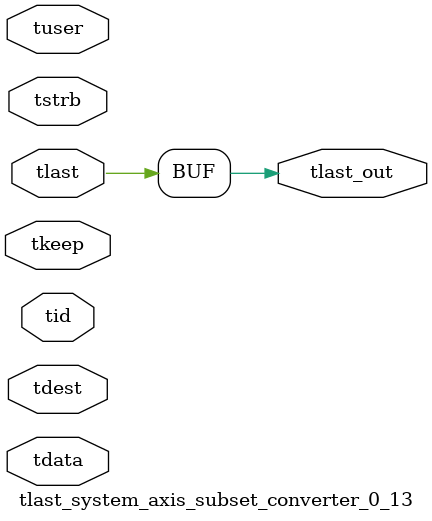
<source format=v>


`timescale 1ps/1ps

module tlast_system_axis_subset_converter_0_13 #
(
parameter C_S_AXIS_TID_WIDTH   = 1,
parameter C_S_AXIS_TUSER_WIDTH = 0,
parameter C_S_AXIS_TDATA_WIDTH = 0,
parameter C_S_AXIS_TDEST_WIDTH = 0
)
(
input  [(C_S_AXIS_TID_WIDTH   == 0 ? 1 : C_S_AXIS_TID_WIDTH)-1:0       ] tid,
input  [(C_S_AXIS_TDATA_WIDTH == 0 ? 1 : C_S_AXIS_TDATA_WIDTH)-1:0     ] tdata,
input  [(C_S_AXIS_TUSER_WIDTH == 0 ? 1 : C_S_AXIS_TUSER_WIDTH)-1:0     ] tuser,
input  [(C_S_AXIS_TDEST_WIDTH == 0 ? 1 : C_S_AXIS_TDEST_WIDTH)-1:0     ] tdest,
input  [(C_S_AXIS_TDATA_WIDTH/8)-1:0 ] tkeep,
input  [(C_S_AXIS_TDATA_WIDTH/8)-1:0 ] tstrb,
input  [0:0]                                                             tlast,
output                                                                   tlast_out
);

assign tlast_out = {tlast};

endmodule


</source>
